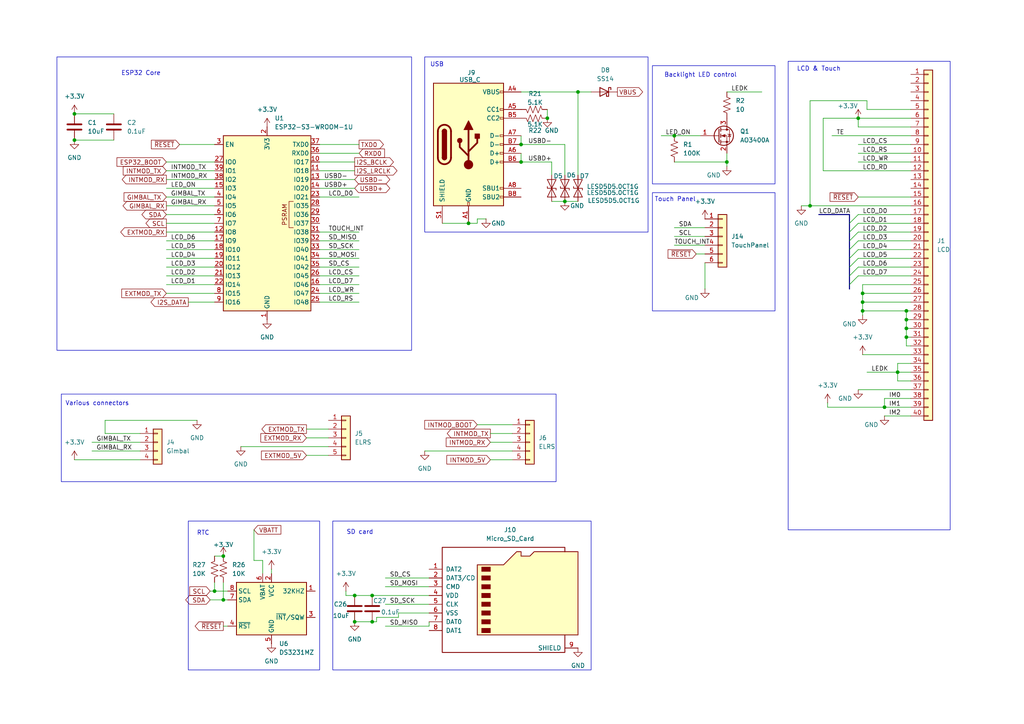
<source format=kicad_sch>
(kicad_sch (version 20231120) (generator "eeschema") (generator_version "8.0")
  (paper "A4")
  (lib_symbols
    (symbol "Connector:Micro_SD_Card" (pin_names (offset 1.016))
      (property "Reference" "J" (at -16.51 15.24 0))
      (property "Value" "Micro_SD_Card" (at 16.51 15.24 0))
      (symbol "Micro_SD_Card_1_1"
        (pin bidirectional line (at -22.86 7.62 0) (length 3.81) (name "DAT2") (number "1"))
        (pin bidirectional line (at -22.86 5.08 0) (length 3.81) (name "DAT3/CD") (number "2"))
        (pin input line (at -22.86 2.54 0) (length 3.81) (name "CMD") (number "3"))
        (pin power_in line (at -22.86 0 0) (length 3.81) (name "VDD") (number "4"))
        (pin input line (at -22.86 -2.54 0) (length 3.81) (name "CLK") (number "5"))
        (pin power_in line (at -22.86 -5.08 0) (length 3.81) (name "VSS") (number "6"))
        (pin bidirectional line (at -22.86 -7.62 0) (length 3.81) (name "DAT0") (number "7"))
        (pin bidirectional line (at -22.86 -10.16 0) (length 3.81) (name "DAT1") (number "8"))
        (pin passive line (at 20.32 -15.24 180) (length 3.81) (name "SHIELD") (number "9"))
      )
    )
    (symbol "Connector:USB_C_Receptacle_USB2.0_16P" (pin_names (offset 1.016))
      (property "Reference" "J" (at 0 22.225 0))
      (property "Value" "USB_C_Receptacle_USB2.0_16P" (at 0 19.685 0))
      (symbol "USB_C_Receptacle_USB2.0_16P_1_1"
        (pin passive line (at 0 -22.86 90) (length 5.08) (name "GND") (number "A1"))
        (pin passive line (at 0 -22.86 90) (length 5.08) hide (name "GND") (number "A12"))
        (pin passive line (at 15.24 15.24 180) (length 5.08) (name "VBUS") (number "A4"))
        (pin bidirectional line (at 15.24 10.16 180) (length 5.08) (name "CC1") (number "A5"))
        (pin bidirectional line (at 15.24 -2.54 180) (length 5.08) (name "D+") (number "A6"))
        (pin bidirectional line (at 15.24 2.54 180) (length 5.08) (name "D-") (number "A7"))
        (pin bidirectional line (at 15.24 -12.7 180) (length 5.08) (name "SBU1") (number "A8"))
        (pin passive line (at 15.24 15.24 180) (length 5.08) hide (name "VBUS") (number "A9"))
        (pin passive line (at 0 -22.86 90) (length 5.08) hide (name "GND") (number "B1"))
        (pin passive line (at 0 -22.86 90) (length 5.08) hide (name "GND") (number "B12"))
        (pin passive line (at 15.24 15.24 180) (length 5.08) hide (name "VBUS") (number "B4"))
        (pin bidirectional line (at 15.24 7.62 180) (length 5.08) (name "CC2") (number "B5"))
        (pin bidirectional line (at 15.24 -5.08 180) (length 5.08) (name "D+") (number "B6"))
        (pin bidirectional line (at 15.24 0 180) (length 5.08) (name "D-") (number "B7"))
        (pin bidirectional line (at 15.24 -15.24 180) (length 5.08) (name "SBU2") (number "B8"))
        (pin passive line (at 15.24 15.24 180) (length 5.08) hide (name "VBUS") (number "B9"))
        (pin passive line (at -7.62 -22.86 90) (length 5.08) (name "SHIELD") (number "S1"))
      )
    )
    (symbol "Connector_Generic:Conn_01x04" (pin_names (offset 1.016) hide)
      (property "Reference" "J" (at 0 5.08 0))
      (property "Value" "Conn_01x04" (at 0 -7.62 0))
      (symbol "Conn_01x04_1_1"
        (pin passive line (at -5.08 2.54 0) (length 3.81) (name "Pin_1") (number "1"))
        (pin passive line (at -5.08 0 0) (length 3.81) (name "Pin_2") (number "2"))
        (pin passive line (at -5.08 -2.54 0) (length 3.81) (name "Pin_3") (number "3"))
        (pin passive line (at -5.08 -5.08 0) (length 3.81) (name "Pin_4") (number "4"))
      )
    )
    (symbol "Connector_Generic:Conn_01x05" (pin_names (offset 1.016) hide)
      (property "Reference" "J" (at 0 7.62 0))
      (property "Value" "Conn_01x05" (at 0 -7.62 0))
      (symbol "Conn_01x05_1_1"
        (pin passive line (at -5.08 5.08 0) (length 3.81) (name "Pin_1") (number "1"))
        (pin passive line (at -5.08 2.54 0) (length 3.81) (name "Pin_2") (number "2"))
        (pin passive line (at -5.08 0 0) (length 3.81) (name "Pin_3") (number "3"))
        (pin passive line (at -5.08 -2.54 0) (length 3.81) (name "Pin_4") (number "4"))
        (pin passive line (at -5.08 -5.08 0) (length 3.81) (name "Pin_5") (number "5"))
      )
    )
    (symbol "Connector_Generic:Conn_01x06" (pin_names (offset 1.016) hide)
      (property "Reference" "J" (at 0 7.62 0))
      (property "Value" "Conn_01x06" (at 0 -10.16 0))
      (symbol "Conn_01x06_1_1"
        (pin passive line (at -5.08 5.08 0) (length 3.81) (name "Pin_1") (number "1"))
        (pin passive line (at -5.08 2.54 0) (length 3.81) (name "Pin_2") (number "2"))
        (pin passive line (at -5.08 0 0) (length 3.81) (name "Pin_3") (number "3"))
        (pin passive line (at -5.08 -2.54 0) (length 3.81) (name "Pin_4") (number "4"))
        (pin passive line (at -5.08 -5.08 0) (length 3.81) (name "Pin_5") (number "5"))
        (pin passive line (at -5.08 -7.62 0) (length 3.81) (name "Pin_6") (number "6"))
      )
    )
    (symbol "Connector_Generic:Conn_01x40" (pin_names (offset 1.016) hide)
      (property "Reference" "J" (at 0 50.8 0))
      (property "Value" "Conn_01x40" (at 0 -53.34 0))
      (symbol "Conn_01x40_1_1"
        (pin passive line (at -5.08 48.26 0) (length 3.81) (name "Pin_1") (number "1"))
        (pin passive line (at -5.08 25.4 0) (length 3.81) (name "Pin_10") (number "10"))
        (pin passive line (at -5.08 22.86 0) (length 3.81) (name "Pin_11") (number "11"))
        (pin passive line (at -5.08 20.32 0) (length 3.81) (name "Pin_12") (number "12"))
        (pin passive line (at -5.08 17.78 0) (length 3.81) (name "Pin_13") (number "13"))
        (pin passive line (at -5.08 15.24 0) (length 3.81) (name "Pin_14") (number "14"))
        (pin passive line (at -5.08 12.7 0) (length 3.81) (name "Pin_15") (number "15"))
        (pin passive line (at -5.08 10.16 0) (length 3.81) (name "Pin_16") (number "16"))
        (pin passive line (at -5.08 7.62 0) (length 3.81) (name "Pin_17") (number "17"))
        (pin passive line (at -5.08 5.08 0) (length 3.81) (name "Pin_18") (number "18"))
        (pin passive line (at -5.08 2.54 0) (length 3.81) (name "Pin_19") (number "19"))
        (pin passive line (at -5.08 45.72 0) (length 3.81) (name "Pin_2") (number "2"))
        (pin passive line (at -5.08 0 0) (length 3.81) (name "Pin_20") (number "20"))
        (pin passive line (at -5.08 -2.54 0) (length 3.81) (name "Pin_21") (number "21"))
        (pin passive line (at -5.08 -5.08 0) (length 3.81) (name "Pin_22") (number "22"))
        (pin passive line (at -5.08 -7.62 0) (length 3.81) (name "Pin_23") (number "23"))
        (pin passive line (at -5.08 -10.16 0) (length 3.81) (name "Pin_24") (number "24"))
        (pin passive line (at -5.08 -12.7 0) (length 3.81) (name "Pin_25") (number "25"))
        (pin passive line (at -5.08 -15.24 0) (length 3.81) (name "Pin_26") (number "26"))
        (pin passive line (at -5.08 -17.78 0) (length 3.81) (name "Pin_27") (number "27"))
        (pin passive line (at -5.08 -20.32 0) (length 3.81) (name "Pin_28") (number "28"))
        (pin passive line (at -5.08 -22.86 0) (length 3.81) (name "Pin_29") (number "29"))
        (pin passive line (at -5.08 43.18 0) (length 3.81) (name "Pin_3") (number "3"))
        (pin passive line (at -5.08 -25.4 0) (length 3.81) (name "Pin_30") (number "30"))
        (pin passive line (at -5.08 -27.94 0) (length 3.81) (name "Pin_31") (number "31"))
        (pin passive line (at -5.08 -30.48 0) (length 3.81) (name "Pin_32") (number "32"))
        (pin passive line (at -5.08 -33.02 0) (length 3.81) (name "Pin_33") (number "33"))
        (pin passive line (at -5.08 -35.56 0) (length 3.81) (name "Pin_34") (number "34"))
        (pin passive line (at -5.08 -38.1 0) (length 3.81) (name "Pin_35") (number "35"))
        (pin passive line (at -5.08 -40.64 0) (length 3.81) (name "Pin_36") (number "36"))
        (pin passive line (at -5.08 -43.18 0) (length 3.81) (name "Pin_37") (number "37"))
        (pin passive line (at -5.08 -45.72 0) (length 3.81) (name "Pin_38") (number "38"))
        (pin passive line (at -5.08 -48.26 0) (length 3.81) (name "Pin_39") (number "39"))
        (pin passive line (at -5.08 40.64 0) (length 3.81) (name "Pin_4") (number "4"))
        (pin passive line (at -5.08 -50.8 0) (length 3.81) (name "Pin_40") (number "40"))
        (pin passive line (at -5.08 38.1 0) (length 3.81) (name "Pin_5") (number "5"))
        (pin passive line (at -5.08 35.56 0) (length 3.81) (name "Pin_6") (number "6"))
        (pin passive line (at -5.08 33.02 0) (length 3.81) (name "Pin_7") (number "7"))
        (pin passive line (at -5.08 30.48 0) (length 3.81) (name "Pin_8") (number "8"))
        (pin passive line (at -5.08 27.94 0) (length 3.81) (name "Pin_9") (number "9"))
      )
    )
    (symbol "Device:C" (pin_numbers hide) (pin_names (offset 0.254))
      (property "Reference" "C" (at 0.635 2.54 0))
      (property "Value" "C" (at 0.635 -2.54 0))
      (symbol "C_1_1"
        (pin passive line (at 0 3.81 270) (length 2.794) (name "~") (number "1"))
        (pin passive line (at 0 -3.81 90) (length 2.794) (name "~") (number "2"))
      )
    )
    (symbol "Device:R_US" (pin_numbers hide) (pin_names (offset 0))
      (property "Reference" "R" (at 2.54 0 90))
      (property "Value" "R_US" (at -2.54 0 90))
      (symbol "R_US_1_1"
        (pin passive line (at 0 3.81 270) (length 1.27) (name "~") (number "1"))
        (pin passive line (at 0 -3.81 90) (length 1.27) (name "~") (number "2"))
      )
    )
    (symbol "Diode:SS14" (pin_numbers hide) (pin_names (offset 1.016) hide)
      (property "Reference" "D" (at 0 2.54 0))
      (property "Value" "SS14" (at 0 -2.54 0))
      (symbol "SS14_1_1"
        (pin passive line (at -3.81 0 0) (length 2.54) (name "K") (number "1"))
        (pin passive line (at 3.81 0 180) (length 2.54) (name "A") (number "2"))
      )
    )
    (symbol "RF_Module:ESP32-S3-WROOM-1"
      (property "Reference" "U" (at -12.7 26.67 0))
      (property "Value" "ESP32-S3-WROOM-1" (at 12.7 26.67 0))
      (symbol "ESP32-S3-WROOM-1_0_0"
        (text "PSRAM" (at 5.08 2.54 900) (effects (font (size 1.27 1.27))))
      )
      (symbol "ESP32-S3-WROOM-1_1_1"
        (pin power_in line (at 0 -27.94 90) (length 2.54) (name "GND") (number "1"))
        (pin bidirectional line (at 15.24 17.78 180) (length 2.54) (name "IO17") (number "10"))
        (pin bidirectional line (at 15.24 15.24 180) (length 2.54) (name "IO18") (number "11"))
        (pin bidirectional line (at -15.24 -2.54 0) (length 2.54) (name "IO8") (number "12"))
        (pin bidirectional line (at 15.24 12.7 180) (length 2.54) (name "IO19") (number "13"))
        (pin bidirectional line (at 15.24 10.16 180) (length 2.54) (name "IO20") (number "14"))
        (pin bidirectional line (at -15.24 10.16 0) (length 2.54) (name "IO3") (number "15"))
        (pin bidirectional line (at 15.24 -17.78 180) (length 2.54) (name "IO46") (number "16"))
        (pin bidirectional line (at -15.24 -5.08 0) (length 2.54) (name "IO9") (number "17"))
        (pin bidirectional line (at -15.24 -7.62 0) (length 2.54) (name "IO10") (number "18"))
        (pin bidirectional line (at -15.24 -10.16 0) (length 2.54) (name "IO11") (number "19"))
        (pin power_in line (at 0 27.94 270) (length 2.54) (name "3V3") (number "2"))
        (pin bidirectional line (at -15.24 -12.7 0) (length 2.54) (name "IO12") (number "20"))
        (pin bidirectional line (at -15.24 -15.24 0) (length 2.54) (name "IO13") (number "21"))
        (pin bidirectional line (at -15.24 -17.78 0) (length 2.54) (name "IO14") (number "22"))
        (pin bidirectional line (at 15.24 7.62 180) (length 2.54) (name "IO21") (number "23"))
        (pin bidirectional line (at 15.24 -20.32 180) (length 2.54) (name "IO47") (number "24"))
        (pin bidirectional line (at 15.24 -22.86 180) (length 2.54) (name "IO48") (number "25"))
        (pin bidirectional line (at 15.24 -15.24 180) (length 2.54) (name "IO45") (number "26"))
        (pin bidirectional line (at -15.24 17.78 0) (length 2.54) (name "IO0") (number "27"))
        (pin bidirectional line (at 15.24 5.08 180) (length 2.54) (name "IO35") (number "28"))
        (pin bidirectional line (at 15.24 2.54 180) (length 2.54) (name "IO36") (number "29"))
        (pin input line (at -15.24 22.86 0) (length 2.54) (name "EN") (number "3"))
        (pin bidirectional line (at 15.24 0 180) (length 2.54) (name "IO37") (number "30"))
        (pin bidirectional line (at 15.24 -2.54 180) (length 2.54) (name "IO38") (number "31"))
        (pin bidirectional line (at 15.24 -5.08 180) (length 2.54) (name "IO39") (number "32"))
        (pin bidirectional line (at 15.24 -7.62 180) (length 2.54) (name "IO40") (number "33"))
        (pin bidirectional line (at 15.24 -10.16 180) (length 2.54) (name "IO41") (number "34"))
        (pin bidirectional line (at 15.24 -12.7 180) (length 2.54) (name "IO42") (number "35"))
        (pin bidirectional line (at 15.24 20.32 180) (length 2.54) (name "RXD0") (number "36"))
        (pin bidirectional line (at 15.24 22.86 180) (length 2.54) (name "TXD0") (number "37"))
        (pin bidirectional line (at -15.24 12.7 0) (length 2.54) (name "IO2") (number "38"))
        (pin bidirectional line (at -15.24 15.24 0) (length 2.54) (name "IO1") (number "39"))
        (pin bidirectional line (at -15.24 7.62 0) (length 2.54) (name "IO4") (number "4"))
        (pin passive line (at 0 -27.94 90) (length 2.54) hide (name "GND") (number "40"))
        (pin passive line (at 0 -27.94 90) (length 2.54) hide (name "GND") (number "41"))
        (pin bidirectional line (at -15.24 5.08 0) (length 2.54) (name "IO5") (number "5"))
        (pin bidirectional line (at -15.24 2.54 0) (length 2.54) (name "IO6") (number "6"))
        (pin bidirectional line (at -15.24 0 0) (length 2.54) (name "IO7") (number "7"))
        (pin bidirectional line (at -15.24 -20.32 0) (length 2.54) (name "IO15") (number "8"))
        (pin bidirectional line (at -15.24 -22.86 0) (length 2.54) (name "IO16") (number "9"))
      )
    )
    (symbol "Timer_RTC:DS3231MZ"
      (property "Reference" "U" (at -7.62 8.89 0))
      (property "Value" "DS3231MZ" (at 11.43 8.89 0))
      (symbol "DS3231MZ_1_1"
        (pin open_collector line (at 12.7 5.08 180) (length 2.54) (name "32KHZ") (number "1"))
        (pin power_in line (at 0 10.16 270) (length 2.54) (name "VCC") (number "2"))
        (pin open_collector line (at 12.7 -2.54 180) (length 2.54) (name "~{INT}/SQW") (number "3"))
        (pin bidirectional line (at -12.7 -5.08 0) (length 2.54) (name "~{RST}") (number "4"))
        (pin power_in line (at 0 -10.16 90) (length 2.54) (name "GND") (number "5"))
        (pin power_in line (at -2.54 10.16 270) (length 2.54) (name "VBAT") (number "6"))
        (pin bidirectional line (at -12.7 2.54 0) (length 2.54) (name "SDA") (number "7"))
        (pin input line (at -12.7 5.08 0) (length 2.54) (name "SCL") (number "8"))
      )
    )
    (symbol "Transistor_FET:AO3400A" (pin_names hide)
      (property "Reference" "Q" (at 5.08 1.905 0))
      (property "Value" "AO3400A" (at 5.08 0 0))
      (symbol "AO3400A_1_1"
        (pin input line (at -5.08 0 0) (length 2.54) (name "G") (number "1"))
        (pin passive line (at 2.54 -5.08 90) (length 2.54) (name "S") (number "2"))
        (pin passive line (at 2.54 5.08 270) (length 2.54) (name "D") (number "3"))
      )
    )
    (symbol "custom_symbols:LESD5D5.0CT1G" (pin_numbers hide) (pin_names (offset 1.016) hide)
      (property "Reference" "D" (at 0 2.54 0))
      (property "Value" "LESD5D5.0CT1G" (at 0 -2.54 0))
      (symbol "LESD5D5.0CT1G_1_1"
        (pin passive line (at -3.81 0 0) (length 2.54) (name "A1") (number "1"))
        (pin passive line (at 3.81 0 180) (length 2.54) (name "A2") (number "2"))
      )
    )
    (symbol "power:+3.3V" (power) (pin_numbers hide) (pin_names (offset 0) hide)
      (property "Value" "+3.3V" (at 0 3.556 0))
      (symbol "+3.3V_1_1"
        (pin power_in line (at 0 0 90) (length 0) (name "~") (number "1"))
      )
    )
    (symbol "power:GND" (power) (pin_numbers hide) (pin_names (offset 0) hide)
      (property "Value" "GND" (at 0 -3.81 0))
      (symbol "GND_1_1"
        (pin power_in line (at 0 0 270) (length 0) (name "~") (number "1"))
      )
    )
  )
  (junction (at 210.82 46.99))
  (junction (at 107.95 180.34))
  (junction (at 248.92 34.29))
  (junction (at 158.75 34.29))
  (junction (at 64.77 173.99))
  (junction (at 151.13 46.99))
  (junction (at 107.95 172.72))
  (junction (at 163.83 58.42))
  (junction (at 256.54 118.11))
  (junction (at 135.89 64.77))
  (junction (at 151.13 41.91))
  (junction (at 102.87 180.34))
  (junction (at 64.77 161.29))
  (junction (at 62.23 171.45))
  (junction (at 250.19 90.17))
  (junction (at 262.89 90.17))
  (junction (at 195.58 39.37))
  (junction (at 102.87 172.72))
  (junction (at 21.59 40.64))
  (junction (at 262.89 97.79))
  (junction (at 260.35 107.95))
  (junction (at 234.95 59.69))
  (junction (at 21.59 33.02))
  (junction (at 262.89 92.71))
  (junction (at 167.64 26.67))
  (junction (at 250.19 87.63))
  (junction (at 250.19 85.09))
  (junction (at 262.89 95.25))
  (bus_entry (at 248.92 74.93) (size -2.54 2.54))
  (bus_entry (at 248.92 64.77) (size -2.54 2.54))
  (bus_entry (at 248.92 77.47) (size -2.54 2.54))
  (bus_entry (at 248.92 69.85) (size -2.54 2.54))
  (bus_entry (at 248.92 80.01) (size -2.54 2.54))
  (bus_entry (at 248.92 67.31) (size -2.54 2.54))
  (bus_entry (at 248.92 62.23) (size -2.54 2.54))
  (bus_entry (at 248.92 72.39) (size -2.54 2.54))
  (wire (pts (xy 248.92 57.15) (xy 264.16 57.15)))
  (wire (pts (xy 248.92 44.45) (xy 264.16 44.45)))
  (wire (pts (xy 107.95 172.72) (xy 124.46 172.72)))
  (wire (pts (xy 30.48 121.92) (xy 30.48 125.73)))
  (wire (pts (xy 248.92 67.31) (xy 264.16 67.31)))
  (wire (pts (xy 48.26 85.09) (xy 62.23 85.09)))
  (wire (pts (xy 151.13 39.37) (xy 151.13 41.91)))
  (wire (pts (xy 251.46 29.21) (xy 234.95 29.21)))
  (wire (pts (xy 167.64 26.67) (xy 171.45 26.67)))
  (wire (pts (xy 124.46 177.8) (xy 115.57 177.8)))
  (wire (pts (xy 102.87 180.34) (xy 102.87 177.8)))
  (wire (pts (xy 240.03 118.11) (xy 240.03 116.84)))
  (wire (pts (xy 238.76 49.53) (xy 264.16 49.53)))
  (wire (pts (xy 62.23 171.45) (xy 66.04 171.45)))
  (wire (pts (xy 73.66 153.67) (xy 73.66 162.56)))
  (wire (pts (xy 102.87 172.72) (xy 107.95 172.72)))
  (wire (pts (xy 256.54 118.11) (xy 264.16 118.11)))
  (wire (pts (xy 260.35 110.49) (xy 264.16 110.49)))
  (wire (pts (xy 88.9 127) (xy 95.25 127)))
  (wire (pts (xy 248.92 34.29) (xy 248.92 36.83)))
  (wire (pts (xy 248.92 69.85) (xy 264.16 69.85)))
  (wire (pts (xy 52.07 41.91) (xy 62.23 41.91)))
  (wire (pts (xy 115.57 179.07) (xy 109.22 179.07)))
  (wire (pts (xy 195.58 71.12) (xy 204.47 71.12)))
  (wire (pts (xy 109.22 180.34) (xy 107.95 180.34)))
  (bus (pts (xy 246.38 69.85) (xy 246.38 72.39)))
  (wire (pts (xy 92.71 85.09) (xy 104.14 85.09)))
  (wire (pts (xy 62.23 168.91) (xy 62.23 171.45)))
  (wire (pts (xy 138.43 64.77) (xy 135.89 64.77)))
  (wire (pts (xy 256.54 115.57) (xy 264.16 115.57)))
  (wire (pts (xy 248.92 41.91) (xy 264.16 41.91)))
  (wire (pts (xy 248.92 77.47) (xy 264.16 77.47)))
  (wire (pts (xy 111.76 167.64) (xy 124.46 167.64)))
  (wire (pts (xy 163.83 58.42) (xy 167.64 58.42)))
  (wire (pts (xy 232.41 59.69) (xy 234.95 59.69)))
  (wire (pts (xy 60.96 171.45) (xy 62.23 171.45)))
  (wire (pts (xy 210.82 48.26) (xy 210.82 46.99)))
  (bus (pts (xy 246.38 67.31) (xy 246.38 69.85)))
  (wire (pts (xy 191.77 39.37) (xy 195.58 39.37)))
  (wire (pts (xy 195.58 46.99) (xy 210.82 46.99)))
  (wire (pts (xy 167.64 26.67) (xy 167.64 50.8)))
  (wire (pts (xy 48.26 72.39) (xy 62.23 72.39)))
  (wire (pts (xy 54.61 87.63) (xy 62.23 87.63)))
  (wire (pts (xy 21.59 133.35) (xy 40.64 133.35)))
  (wire (pts (xy 262.89 95.25) (xy 262.89 92.71)))
  (wire (pts (xy 111.76 175.26) (xy 124.46 175.26)))
  (wire (pts (xy 92.71 52.07) (xy 102.87 52.07)))
  (wire (pts (xy 260.35 105.41) (xy 264.16 105.41)))
  (wire (pts (xy 48.26 74.93) (xy 62.23 74.93)))
  (wire (pts (xy 100.33 172.72) (xy 100.33 171.45)))
  (wire (pts (xy 234.95 59.69) (xy 264.16 59.69)))
  (wire (pts (xy 234.95 29.21) (xy 234.95 59.69)))
  (wire (pts (xy 26.67 128.27) (xy 40.64 128.27)))
  (wire (pts (xy 57.15 121.92) (xy 30.48 121.92)))
  (wire (pts (xy 100.33 172.72) (xy 102.87 172.72)))
  (wire (pts (xy 195.58 68.58) (xy 204.47 68.58)))
  (wire (pts (xy 92.71 74.93) (xy 104.14 74.93)))
  (wire (pts (xy 142.24 133.35) (xy 148.59 133.35)))
  (wire (pts (xy 262.89 100.33) (xy 262.89 97.79)))
  (wire (pts (xy 204.47 76.2) (xy 204.47 83.82)))
  (wire (pts (xy 48.26 54.61) (xy 62.23 54.61)))
  (bus (pts (xy 237.49 62.23) (xy 246.38 62.23)))
  (wire (pts (xy 48.26 77.47) (xy 62.23 77.47)))
  (wire (pts (xy 210.82 46.99) (xy 210.82 44.45)))
  (wire (pts (xy 264.16 100.33) (xy 262.89 100.33)))
  (wire (pts (xy 250.19 87.63) (xy 250.19 90.17)))
  (wire (pts (xy 264.16 97.79) (xy 262.89 97.79)))
  (wire (pts (xy 248.92 64.77) (xy 264.16 64.77)))
  (wire (pts (xy 250.19 90.17) (xy 250.19 91.44)))
  (wire (pts (xy 262.89 92.71) (xy 262.89 90.17)))
  (wire (pts (xy 88.9 124.46) (xy 95.25 124.46)))
  (wire (pts (xy 201.93 73.66) (xy 204.47 73.66)))
  (wire (pts (xy 264.16 95.25) (xy 262.89 95.25)))
  (wire (pts (xy 123.19 130.81) (xy 148.59 130.81)))
  (wire (pts (xy 248.92 80.01) (xy 264.16 80.01)))
  (wire (pts (xy 64.77 168.91) (xy 64.77 173.99)))
  (wire (pts (xy 115.57 177.8) (xy 115.57 179.07)))
  (wire (pts (xy 241.3 39.37) (xy 264.16 39.37)))
  (wire (pts (xy 251.46 107.95) (xy 260.35 107.95)))
  (wire (pts (xy 92.71 54.61) (xy 102.87 54.61)))
  (wire (pts (xy 21.59 33.02) (xy 33.02 33.02)))
  (wire (pts (xy 248.92 36.83) (xy 264.16 36.83)))
  (wire (pts (xy 264.16 82.55) (xy 250.19 82.55)))
  (wire (pts (xy 76.2 162.56) (xy 76.2 166.37)))
  (bus (pts (xy 246.38 62.23) (xy 246.38 64.77)))
  (bus (pts (xy 246.38 72.39) (xy 246.38 74.93)))
  (wire (pts (xy 256.54 120.65) (xy 264.16 120.65)))
  (wire (pts (xy 248.92 46.99) (xy 264.16 46.99)))
  (wire (pts (xy 160.02 50.8) (xy 160.02 46.99)))
  (bus (pts (xy 246.38 80.01) (xy 246.38 82.55)))
  (wire (pts (xy 26.67 130.81) (xy 40.64 130.81)))
  (wire (pts (xy 66.04 181.61) (xy 64.77 181.61)))
  (wire (pts (xy 48.26 82.55) (xy 62.23 82.55)))
  (wire (pts (xy 111.76 181.61) (xy 124.46 181.61)))
  (wire (pts (xy 30.48 125.73) (xy 40.64 125.73)))
  (wire (pts (xy 256.54 118.11) (xy 240.03 118.11)))
  (wire (pts (xy 238.76 34.29) (xy 248.92 34.29)))
  (wire (pts (xy 48.26 64.77) (xy 62.23 64.77)))
  (wire (pts (xy 92.71 72.39) (xy 104.14 72.39)))
  (wire (pts (xy 260.35 107.95) (xy 260.35 110.49)))
  (wire (pts (xy 124.46 181.61) (xy 124.46 180.34)))
  (wire (pts (xy 92.71 57.15) (xy 104.14 57.15)))
  (wire (pts (xy 248.92 72.39) (xy 264.16 72.39)))
  (wire (pts (xy 251.46 31.75) (xy 251.46 29.21)))
  (wire (pts (xy 248.92 74.93) (xy 264.16 74.93)))
  (wire (pts (xy 21.59 40.64) (xy 33.02 40.64)))
  (wire (pts (xy 264.16 31.75) (xy 251.46 31.75)))
  (wire (pts (xy 62.23 161.29) (xy 64.77 161.29)))
  (wire (pts (xy 88.9 132.08) (xy 95.25 132.08)))
  (wire (pts (xy 48.26 62.23) (xy 62.23 62.23)))
  (wire (pts (xy 92.71 80.01) (xy 104.14 80.01)))
  (wire (pts (xy 262.89 97.79) (xy 262.89 95.25)))
  (wire (pts (xy 138.43 123.19) (xy 148.59 123.19)))
  (bus (pts (xy 246.38 82.55) (xy 246.38 83.82)))
  (wire (pts (xy 48.26 69.85) (xy 62.23 69.85)))
  (wire (pts (xy 48.26 52.07) (xy 62.23 52.07)))
  (wire (pts (xy 264.16 92.71) (xy 262.89 92.71)))
  (wire (pts (xy 102.87 49.53) (xy 92.71 49.53)))
  (wire (pts (xy 248.92 62.23) (xy 264.16 62.23)))
  (wire (pts (xy 92.71 77.47) (xy 104.14 77.47)))
  (wire (pts (xy 78.74 165.1) (xy 78.74 166.37)))
  (wire (pts (xy 160.02 58.42) (xy 163.83 58.42)))
  (wire (pts (xy 48.26 46.99) (xy 62.23 46.99)))
  (wire (pts (xy 248.92 113.03) (xy 264.16 113.03)))
  (wire (pts (xy 250.19 87.63) (xy 264.16 87.63)))
  (wire (pts (xy 238.76 34.29) (xy 238.76 49.53)))
  (wire (pts (xy 60.96 173.99) (xy 64.77 173.99)))
  (wire (pts (xy 163.83 50.8) (xy 163.83 41.91)))
  (wire (pts (xy 248.92 34.29) (xy 264.16 34.29)))
  (wire (pts (xy 140.97 63.5) (xy 138.43 63.5)))
  (wire (pts (xy 48.26 67.31) (xy 62.23 67.31)))
  (wire (pts (xy 151.13 26.67) (xy 167.64 26.67)))
  (wire (pts (xy 92.71 87.63) (xy 104.14 87.63)))
  (wire (pts (xy 250.19 85.09) (xy 250.19 87.63)))
  (wire (pts (xy 250.19 85.09) (xy 264.16 85.09)))
  (wire (pts (xy 151.13 44.45) (xy 151.13 46.99)))
  (wire (pts (xy 151.13 41.91) (xy 163.83 41.91)))
  (wire (pts (xy 210.82 26.67) (xy 220.98 26.67)))
  (wire (pts (xy 160.02 46.99) (xy 151.13 46.99)))
  (wire (pts (xy 142.24 128.27) (xy 148.59 128.27)))
  (wire (pts (xy 107.95 180.34) (xy 102.87 180.34)))
  (bus (pts (xy 246.38 64.77) (xy 246.38 67.31)))
  (wire (pts (xy 256.54 115.57) (xy 256.54 118.11)))
  (wire (pts (xy 48.26 59.69) (xy 62.23 59.69)))
  (bus (pts (xy 246.38 74.93) (xy 246.38 77.47)))
  (wire (pts (xy 138.43 63.5) (xy 138.43 64.77)))
  (wire (pts (xy 250.19 90.17) (xy 262.89 90.17)))
  (wire (pts (xy 195.58 66.04) (xy 204.47 66.04)))
  (wire (pts (xy 92.71 67.31) (xy 104.14 67.31)))
  (wire (pts (xy 250.19 82.55) (xy 250.19 85.09)))
  (wire (pts (xy 64.77 173.99) (xy 66.04 173.99)))
  (wire (pts (xy 92.71 69.85) (xy 104.14 69.85)))
  (wire (pts (xy 92.71 82.55) (xy 104.14 82.55)))
  (wire (pts (xy 195.58 39.37) (xy 203.2 39.37)))
  (wire (pts (xy 109.22 179.07) (xy 109.22 180.34)))
  (wire (pts (xy 92.71 44.45) (xy 104.14 44.45)))
  (wire (pts (xy 260.35 105.41) (xy 260.35 107.95)))
  (wire (pts (xy 92.71 41.91) (xy 104.14 41.91)))
  (wire (pts (xy 73.66 162.56) (xy 76.2 162.56)))
  (wire (pts (xy 158.75 31.75) (xy 158.75 34.29)))
  (wire (pts (xy 48.26 57.15) (xy 62.23 57.15)))
  (wire (pts (xy 111.76 170.18) (xy 124.46 170.18)))
  (wire (pts (xy 48.26 49.53) (xy 62.23 49.53)))
  (wire (pts (xy 262.89 90.17) (xy 264.16 90.17)))
  (wire (pts (xy 48.26 80.01) (xy 62.23 80.01)))
  (wire (pts (xy 250.19 102.87) (xy 264.16 102.87)))
  (wire (pts (xy 102.87 46.99) (xy 92.71 46.99)))
  (wire (pts (xy 69.85 129.54) (xy 95.25 129.54)))
  (wire (pts (xy 142.24 125.73) (xy 148.59 125.73)))
  (wire (pts (xy 135.89 64.77) (xy 128.27 64.77)))
  (bus (pts (xy 246.38 77.47) (xy 246.38 80.01)))
  (wire (pts (xy 260.35 107.95) (xy 264.16 107.95)))
  (rectangle (start 17.78 114.3) (end 161.29 139.7))
  (rectangle (start 96.52 151.13) (end 171.45 194.31))
  (rectangle (start 16.51 16.51) (end 119.38 101.6))
  (rectangle (start 189.23 19.05) (end 224.79 53.34))
  (rectangle (start 123.19 16.51) (end 187.96 67.31))
  (rectangle (start 189.23 55.88) (end 224.79 90.17))
  (rectangle (start 228.6 17.78) (end 275.59 153.67))
  (rectangle (start 54.61 151.13) (end 92.71 194.31))
  (text "Backlight LED control" (at 203.2 21.844 0) (effects (font (size 1.27 1.27))))
  (text "SD card" (at 104.394 154.432 0) (effects (font (size 1.27 1.27))))
  (text "USB" (at 126.746 18.796 0) (effects (font (size 1.27 1.27))))
  (text "RTC" (at 58.928 154.686 0) (effects (font (size 1.27 1.27))))
  (text "Various connectors" (at 28.194 117.094 0) (effects (font (size 1.27 1.27))))
  (text "Touch Panel" (at 195.834 57.912 0) (effects (font (size 1.27 1.27))))
  (text "ESP32 Core" (at 40.894 21.336 0) (effects (font (size 1.27 1.27))))
  (text "LCD & Touch" (at 237.49 20.066 0) (effects (font (size 1.27 1.27))))
  (label "LCD_CS" (at 250.19 41.91 0))
  (label "INTMOD_TX" (at 49.53 49.53 0))
  (label "SD_MOSI" (at 95.25 74.93 0))
  (label "USBD+" (at 93.98 54.61 0))
  (label "LCD_RD" (at 250.19 49.53 0))
  (label "LCD_D3" (at 250.19 69.85 0))
  (label "LCD_D4" (at 250.19 72.39 0))
  (label "LED_ON" (at 193.04 39.37 0))
  (label "LCD_D5" (at 250.19 74.93 0))
  (label "LEDK" (at 212.09 26.67 0))
  (label "LEDK" (at 252.73 107.95 0))
  (label "IM1" (at 257.81 118.11 0))
  (label "SD_CS" (at 113.03 167.64 0))
  (label "USBD-" (at 160.02 41.91 180))
  (label "INTMOD_RX" (at 49.53 52.07 0))
  (label "LCD_D1" (at 250.19 64.77 0))
  (label "LCD_D0" (at 250.19 62.23 0))
  (label "GIMBAL_RX" (at 49.53 59.69 0))
  (label "TE" (at 242.57 39.37 0))
  (label "LCD_D2" (at 250.19 67.31 0))
  (label "LCD_D7" (at 95.25 82.55 0))
  (label "LCD_D6" (at 49.53 69.85 0))
  (label "LED_ON" (at 49.53 54.61 0))
  (label "TOUCH_INT" (at 95.25 67.31 0))
  (label "LCD_WR" (at 95.25 85.09 0))
  (label "SCL" (at 196.85 68.58 0))
  (label "LCD_D6" (at 250.19 77.47 0))
  (label "SD_MISO" (at 113.03 181.61 0))
  (label "GIMBAL_RX" (at 27.94 130.81 0))
  (label "USBD+" (at 160.02 46.99 180))
  (label "IM2" (at 257.81 120.65 0))
  (label "TOUCH_INT" (at 195.58 71.12 0))
  (label "SD_CS" (at 95.25 77.47 0))
  (label "LCD_DATA" (at 237.49 62.23 0))
  (label "LCD_D1" (at 49.53 82.55 0))
  (label "LCD_D3" (at 49.53 77.47 0))
  (label "LCD_D0" (at 95.25 57.15 0))
  (label "SD_SCK" (at 95.25 72.39 0))
  (label "LCD_WR" (at 250.19 46.99 0))
  (label "LCD_RS" (at 95.25 87.63 0))
  (label "SDA" (at 196.85 66.04 0))
  (label "LCD_RS" (at 250.19 44.45 0))
  (label "LCD_D4" (at 49.53 74.93 0))
  (label "IM0" (at 257.81 115.57 0))
  (label "LCD_D2" (at 49.53 80.01 0))
  (label "SD_SCK" (at 113.03 175.26 0))
  (label "LCD_D7" (at 250.19 80.01 0))
  (label "USBD-" (at 93.98 52.07 0))
  (label "LCD_CS" (at 95.25 80.01 0))
  (label "GIMBAL_TX" (at 27.94 128.27 0))
  (label "SD_MISO" (at 95.25 69.85 0))
  (label "GIMBAL_TX" (at 49.53 57.15 0))
  (label "LCD_D5" (at 49.53 72.39 0))
  (label "SD_MOSI" (at 113.03 170.18 0))
  (global_label "INTMOD_RX" (shape output) (at 48.26 52.07 180) (property "Intersheetrefs" "${INTERSHEET_REFS}" (effects (hide yes))))
  (global_label "INTMOD_RX" (shape input) (at 142.24 128.27 180) (property "Intersheetrefs" "${INTERSHEET_REFS}" (effects (hide yes))))
  (global_label "I2S_DATA" (shape output) (at 54.61 87.63 180) (property "Intersheetrefs" "${INTERSHEET_REFS}" (effects (hide yes))))
  (global_label "~{RESET}" (shape input) (at 248.92 57.15 180) (property "Intersheetrefs" "${INTERSHEET_REFS}" (effects (hide yes))))
  (global_label "INTMOD_BOOT" (shape input) (at 138.43 123.19 180) (property "Intersheetrefs" "${INTERSHEET_REFS}" (effects (hide yes))))
  (global_label "EXTMOD_TX" (shape output) (at 88.9 124.46 180) (property "Intersheetrefs" "${INTERSHEET_REFS}" (effects (hide yes))))
  (global_label "VBATT" (shape input) (at 73.66 153.67 0) (property "Intersheetrefs" "${INTERSHEET_REFS}" (effects (hide yes))))
  (global_label "ESP32_BOOT" (shape input) (at 48.26 46.99 180) (property "Intersheetrefs" "${INTERSHEET_REFS}" (effects (hide yes))))
  (global_label "~{RESET}" (shape output) (at 64.77 181.61 180) (property "Intersheetrefs" "${INTERSHEET_REFS}" (effects (hide yes))))
  (global_label "GIMBAL_RX" (shape output) (at 48.26 59.69 180) (property "Intersheetrefs" "${INTERSHEET_REFS}" (effects (hide yes))))
  (global_label "USBD+" (shape bidirectional) (at 102.87 54.61 0) (property "Intersheetrefs" "${INTERSHEET_REFS}" (effects (hide yes))))
  (global_label "EXTMOD_RX" (shape output) (at 48.26 67.31 180) (property "Intersheetrefs" "${INTERSHEET_REFS}" (effects (hide yes))))
  (global_label "INTMOD_5V" (shape input) (at 142.24 133.35 180) (property "Intersheetrefs" "${INTERSHEET_REFS}" (effects (hide yes))))
  (global_label "INTMOD_TX" (shape input) (at 48.26 49.53 180) (property "Intersheetrefs" "${INTERSHEET_REFS}" (effects (hide yes))))
  (global_label "~{RESET}" (shape input) (at 201.93 73.66 180) (property "Intersheetrefs" "${INTERSHEET_REFS}" (effects (hide yes))))
  (global_label "EXTMOD_TX" (shape input) (at 48.26 85.09 180) (property "Intersheetrefs" "${INTERSHEET_REFS}" (effects (hide yes))))
  (global_label "SDA" (shape bidirectional) (at 60.96 173.99 180) (property "Intersheetrefs" "${INTERSHEET_REFS}" (effects (hide yes))))
  (global_label "SDA" (shape bidirectional) (at 48.26 62.23 180) (property "Intersheetrefs" "${INTERSHEET_REFS}" (effects (hide yes))))
  (global_label "TXD0" (shape output) (at 104.14 41.91 0) (property "Intersheetrefs" "${INTERSHEET_REFS}" (effects (hide yes))))
  (global_label "I2S_LRCLK" (shape output) (at 102.87 49.53 0) (property "Intersheetrefs" "${INTERSHEET_REFS}" (effects (hide yes))))
  (global_label "USBD-" (shape bidirectional) (at 102.87 52.07 0) (property "Intersheetrefs" "${INTERSHEET_REFS}" (effects (hide yes))))
  (global_label "RXD0" (shape input) (at 104.14 44.45 0) (property "Intersheetrefs" "${INTERSHEET_REFS}" (effects (hide yes))))
  (global_label "VBUS" (shape output) (at 179.07 26.67 0) (property "Intersheetrefs" "${INTERSHEET_REFS}" (effects (hide yes))))
  (global_label "SCL" (shape output) (at 48.26 64.77 180) (property "Intersheetrefs" "${INTERSHEET_REFS}" (effects (hide yes))))
  (global_label "EXTMOD_5V" (shape input) (at 88.9 132.08 180) (property "Intersheetrefs" "${INTERSHEET_REFS}" (effects (hide yes))))
  (global_label "SCL" (shape input) (at 60.96 171.45 180) (property "Intersheetrefs" "${INTERSHEET_REFS}" (effects (hide yes))))
  (global_label "EXTMOD_RX" (shape input) (at 88.9 127 180) (property "Intersheetrefs" "${INTERSHEET_REFS}" (effects (hide yes))))
  (global_label "~{RESET}" (shape input) (at 52.07 41.91 180) (property "Intersheetrefs" "${INTERSHEET_REFS}" (effects (hide yes))))
  (global_label "INTMOD_TX" (shape output) (at 142.24 125.73 180) (property "Intersheetrefs" "${INTERSHEET_REFS}" (effects (hide yes))))
  (global_label "I2S_BCLK" (shape output) (at 102.87 46.99 0) (property "Intersheetrefs" "${INTERSHEET_REFS}" (effects (hide yes))))
  (global_label "GIMBAL_TX" (shape input) (at 48.26 57.15 180) (property "Intersheetrefs" "${INTERSHEET_REFS}" (effects (hide yes))))
  (symbol (lib_id "power:GND") (at 250.19 91.44 0) (unit 1)
    (property "Reference" "#PWR03" (effects (hide yes)))
    (property "Value" "GND" (at 246.38 93.98 0))
    (property "Description" "Power symbol creates a global label with name \"GND\" , ground" (effects (hide yes)))
  )
  (symbol (lib_id "power:GND") (at 69.85 129.54 0) (unit 1)
    (property "Reference" "#PWR053" (effects (hide yes)))
    (property "Value" "GND" (at 69.85 134.62 0))
    (property "Description" "Power symbol creates a global label with name \"GND\" , ground" (effects (hide yes)))
  )
  (symbol (lib_id "power:GND") (at 210.82 48.26 0) (unit 1)
    (property "Reference" "#PWR067" (effects (hide yes)))
    (property "Value" "GND" (at 207.01 50.8 0))
    (property "Description" "Power symbol creates a global label with name \"GND\" , ground" (effects (hide yes)))
  )
  (symbol (lib_id "Connector_Generic:Conn_01x04") (at 45.72 128.27 0) (unit 1)
    (property "Reference" "J4" (at 48.26 128.2699 0) (effects (justify left)))
    (property "Value" "Gimbal" (at 48.26 130.8099 0) (effects (justify left)))
    (property "Footprint" "Connector_JST:JST_ZH_B4B-ZR-SM4-TF_1x04-1MP_P1.50mm_Vertical" (effects (hide yes)))
    (property "Description" "Generic connector, single row, 01x04, script generated (kicad-library-utils/schlib/autogen/connector/)" (effects (hide yes)))
  )
  (symbol (lib_id "power:GND") (at 256.54 120.65 0) (unit 1)
    (property "Reference" "#PWR068" (effects (hide yes)))
    (property "Value" "GND" (at 252.73 123.19 0))
    (property "Description" "Power symbol creates a global label with name \"GND\" , ground" (effects (hide yes)))
  )
  (symbol (lib_id "custom_symbols:LESD5D5.0CT1G") (at 160.02 54.61 90) (unit 1)
    (property "Reference" "D5" (at 160.528 51.054 90) (effects (justify right)))
    (property "Value" "LESD5D5.0CT1G" (at 170.434 58.166 90) (effects (justify right)))
    (property "Footprint" "Diode_SMD:D_SOD-523" (effects (hide yes)))
    (property "Datasheet" "LESD5D5.0CT1G" (effects (hide yes)))
    (property "Description" "ESD protection diode, 5V, SOD-523" (effects (hide yes)))
  )
  (symbol (lib_id "Device:R_US") (at 154.94 34.29 270) (mirror x) (unit 1)
    (property "Reference" "R22" (at 155.194 37.846 90))
    (property "Value" "5.1K" (at 155.194 36.068 90))
    (property "Footprint" "Resistor_SMD:R_0603_1608Metric_Pad0.98x0.95mm_HandSolder" (effects (hide yes)))
    (property "Description" "Resistor, US symbol" (effects (hide yes)))
  )
  (symbol (lib_id "Device:C") (at 21.59 36.83 0) (unit 1)
    (property "Reference" "C1" (at 25.4 35.5599 0) (effects (justify left)))
    (property "Value" "10uF" (at 25.4 38.0999 0) (effects (justify left)))
    (property "Footprint" "Capacitor_SMD:C_0603_1608Metric_Pad1.08x0.95mm_HandSolder" (effects (hide yes)))
    (property "Description" "Unpolarized capacitor" (effects (hide yes)))
  )
  (symbol (lib_id "power:+3.3V") (at 77.47 36.83 0) (unit 1)
    (property "Reference" "#PWR07" (effects (hide yes)))
    (property "Value" "+3.3V" (at 77.47 31.75 0))
    (property "Description" "Power symbol creates a global label with name \"+3.3V\"" (effects (hide yes)))
  )
  (symbol (lib_id "power:GND") (at 123.19 130.81 0) (unit 1)
    (property "Reference" "#PWR054" (effects (hide yes)))
    (property "Value" "GND" (at 123.19 135.89 0))
    (property "Description" "Power symbol creates a global label with name \"GND\" , ground" (effects (hide yes)))
  )
  (symbol (lib_id "Device:C") (at 107.95 176.53 0) (unit 1)
    (property "Reference" "C27" (at 108.204 174.244 0) (effects (justify left)))
    (property "Value" "0.1uF" (at 110.49 177.546 0) (effects (justify left)))
    (property "Footprint" "Capacitor_SMD:C_0603_1608Metric_Pad1.08x0.95mm_HandSolder" (effects (hide yes)))
    (property "Description" "Unpolarized capacitor" (effects (hide yes)))
  )
  (symbol (lib_id "Connector_Generic:Conn_01x40") (at 269.24 69.85 0) (unit 1)
    (property "Reference" "J1" (at 271.78 69.8499 0) (effects (justify left)))
    (property "Value" "LCD" (at 271.78 72.3899 0) (effects (justify left)))
    (property "Footprint" "my_footprints:FPC_40PIN_TOP" (effects (hide yes)))
    (property "Description" "Generic connector, single row, 01x40, script generated (kicad-library-utils/schlib/autogen/connector/)" (effects (hide yes)))
  )
  (symbol (lib_id "power:GND") (at 21.59 40.64 0) (unit 1)
    (property "Reference" "#PWR06" (effects (hide yes)))
    (property "Value" "GND" (at 21.59 45.72 0))
    (property "Description" "Power symbol creates a global label with name \"GND\" , ground" (effects (hide yes)))
  )
  (symbol (lib_id "power:GND") (at 158.75 34.29 0) (mirror y) (unit 1)
    (property "Reference" "#PWR044" (effects (hide yes)))
    (property "Value" "GND" (at 160.02 37.846 0))
    (property "Description" "Power symbol creates a global label with name \"GND\" , ground" (effects (hide yes)))
  )
  (symbol (lib_id "power:+3.3V") (at 21.59 133.35 0) (unit 1)
    (property "Reference" "#PWR052" (effects (hide yes)))
    (property "Value" "+3.3V" (at 21.59 128.27 0))
    (property "Description" "Power symbol creates a global label with name \"+3.3V\"" (effects (hide yes)))
  )
  (symbol (lib_id "Connector:Micro_SD_Card") (at 147.32 172.72 0) (unit 1)
    (property "Reference" "J10" (at 147.955 153.67 0))
    (property "Value" "Micro_SD_Card" (at 147.955 156.21 0))
    (property "Footprint" "my_footprints:MicroSD" (effects (hide yes)))
    (property "Datasheet" "http://katalog.we-online.de/em/datasheet/693072010801.pdf" (effects (hide yes)))
    (property "Description" "Micro SD Card Socket" (effects (hide yes)))
  )
  (symbol (lib_id "power:GND") (at 163.83 58.42 0) (mirror y) (unit 1)
    (property "Reference" "#PWR057" (effects (hide yes)))
    (property "Value" "GND" (at 167.386 59.69 0))
    (property "Description" "Power symbol creates a global label with name \"GND\" , ground" (effects (hide yes)))
  )
  (symbol (lib_id "power:GND") (at 167.64 187.96 0) (unit 1)
    (property "Reference" "#PWR046" (effects (hide yes)))
    (property "Value" "GND" (at 167.64 193.04 0))
    (property "Description" "Power symbol creates a global label with name \"GND\" , ground" (effects (hide yes)))
  )
  (symbol (lib_id "power:GND") (at 77.47 92.71 0) (unit 1)
    (property "Reference" "#PWR08" (effects (hide yes)))
    (property "Value" "GND" (at 77.47 97.79 0))
    (property "Description" "Power symbol creates a global label with name \"GND\" , ground" (effects (hide yes)))
  )
  (symbol (lib_id "custom_symbols:LESD5D5.0CT1G") (at 167.64 54.61 90) (unit 1)
    (property "Reference" "D7" (at 168.148 51.054 90) (effects (justify right)))
    (property "Value" "LESD5D5.0CT1G" (at 170.18 55.8799 90) (effects (justify right)))
    (property "Footprint" "Diode_SMD:D_SOD-523" (effects (hide yes)))
    (property "Datasheet" "LESD5D5.0CT1G" (effects (hide yes)))
    (property "Description" "ESD protection diode, 5V, SOD-523" (effects (hide yes)))
  )
  (symbol (lib_id "Device:R_US") (at 195.58 43.18 0) (unit 1)
    (property "Reference" "R1" (at 198.12 41.9099 0) (effects (justify left)))
    (property "Value" "100K" (at 198.12 44.4499 0) (effects (justify left)))
    (property "Footprint" "Resistor_SMD:R_0603_1608Metric_Pad0.98x0.95mm_HandSolder" (effects (hide yes)))
    (property "Description" "Resistor, US symbol" (effects (hide yes)))
  )
  (symbol (lib_id "power:+3.3V") (at 204.47 63.5 0) (unit 1)
    (property "Reference" "#PWR024" (effects (hide yes)))
    (property "Value" "+3.3V" (at 204.47 58.42 0))
    (property "Description" "Power symbol creates a global label with name \"+3.3V\"" (effects (hide yes)))
  )
  (symbol (lib_id "power:GND") (at 57.15 121.92 0) (unit 1)
    (property "Reference" "#PWR047" (effects (hide yes)))
    (property "Value" "GND" (at 57.15 127 0))
    (property "Description" "Power symbol creates a global label with name \"GND\" , ground" (effects (hide yes)))
  )
  (symbol (lib_id "power:GND") (at 102.87 180.34 0) (unit 1)
    (property "Reference" "#PWR050" (effects (hide yes)))
    (property "Value" "GND" (at 102.87 185.42 0))
    (property "Description" "Power symbol creates a global label with name \"GND\" , ground" (effects (hide yes)))
  )
  (symbol (lib_id "power:+3.3V") (at 78.74 165.1 0) (unit 1)
    (property "Reference" "#PWR034" (effects (hide yes)))
    (property "Value" "+3.3V" (at 78.74 160.02 0))
    (property "Description" "Power symbol creates a global label with name \"+3.3V\"" (effects (hide yes)))
  )
  (symbol (lib_id "power:GND") (at 248.92 113.03 0) (unit 1)
    (property "Reference" "#PWR04" (effects (hide yes)))
    (property "Value" "GND" (at 245.11 115.57 0))
    (property "Description" "Power symbol creates a global label with name \"GND\" , ground" (effects (hide yes)))
  )
  (symbol (lib_id "Device:C") (at 33.02 36.83 0) (unit 1)
    (property "Reference" "C2" (at 36.83 35.5599 0) (effects (justify left)))
    (property "Value" "0.1uF" (at 36.83 38.0999 0) (effects (justify left)))
    (property "Footprint" "Capacitor_SMD:C_0603_1608Metric_Pad1.08x0.95mm_HandSolder" (effects (hide yes)))
    (property "Description" "Unpolarized capacitor" (effects (hide yes)))
  )
  (symbol (lib_id "power:GND") (at 204.47 83.82 0) (unit 1)
    (property "Reference" "#PWR074" (effects (hide yes)))
    (property "Value" "GND" (at 200.66 86.36 0))
    (property "Description" "Power symbol creates a global label with name \"GND\" , ground" (effects (hide yes)))
  )
  (symbol (lib_id "Connector_Generic:Conn_01x05") (at 100.33 127 0) (unit 1)
    (property "Reference" "J5" (at 102.87 125.7299 0) (effects (justify left)))
    (property "Value" "ELRS" (at 102.87 128.2699 0) (effects (justify left)))
    (property "Footprint" "Connector_Molex:Molex_PicoBlade_53398-0571_1x05-1MP_P1.25mm_Vertical" (effects (hide yes)))
    (property "Description" "Generic connector, single row, 01x05, script generated (kicad-library-utils/schlib/autogen/connector/)" (effects (hide yes)))
  )
  (symbol (lib_id "power:GND") (at 232.41 59.69 0) (unit 1)
    (property "Reference" "#PWR01" (effects (hide yes)))
    (property "Value" "GND" (at 232.41 64.77 0))
    (property "Description" "Power symbol creates a global label with name \"GND\" , ground" (effects (hide yes)))
  )
  (symbol (lib_id "power:+3.3V") (at 100.33 171.45 0) (unit 1)
    (property "Reference" "#PWR049" (effects (hide yes)))
    (property "Value" "+3.3V" (at 100.33 166.37 0))
    (property "Description" "Power symbol creates a global label with name \"+3.3V\"" (effects (hide yes)))
  )
  (symbol (lib_id "power:GND") (at 78.74 186.69 0) (unit 1)
    (property "Reference" "#PWR035" (effects (hide yes)))
    (property "Value" "GND" (at 78.74 191.77 0))
    (property "Description" "Power symbol creates a global label with name \"GND\" , ground" (effects (hide yes)))
  )
  (symbol (lib_id "Connector:USB_C_Receptacle_USB2.0_16P") (at 135.89 41.91 0) (unit 1)
    (property "Reference" "J9" (at 137.922 21.082 0) (effects (justify right)))
    (property "Value" "USB_C" (at 139.446 23.114 0) (effects (justify right)))
    (property "Footprint" "my_footprints:my_USB_C_Receptacle_GCT_USB4105-xx-A_16P_TopMnt_Horizontal" (effects (hide yes)))
    (property "Datasheet" "https://www.usb.org/sites/default/files/documents/usb_type-c.zip" (effects (hide yes)))
    (property "Description" "USB 2.0-only 16P Type-C Receptacle connector" (effects (hide yes)))
  )
  (symbol (lib_id "Device:R_US") (at 64.77 165.1 0) (unit 1)
    (property "Reference" "R26" (at 67.31 163.8299 0) (effects (justify left)))
    (property "Value" "10K" (at 67.31 166.3699 0) (effects (justify left)))
    (property "Footprint" "Resistor_SMD:R_0603_1608Metric_Pad0.98x0.95mm_HandSolder" (effects (hide yes)))
    (property "Description" "Resistor, US symbol" (effects (hide yes)))
  )
  (symbol (lib_id "Transistor_FET:AO3400A") (at 208.28 39.37 0) (unit 1)
    (property "Reference" "Q1" (at 214.63 38.0999 0) (effects (justify left)))
    (property "Value" "AO3400A" (at 214.63 40.6399 0) (effects (justify left)))
    (property "Footprint" "Package_TO_SOT_SMD:SOT-23" (effects (hide yes)))
    (property "Datasheet" "http://www.aosmd.com/pdfs/datasheet/AO3400A.pdf" (effects (hide yes)))
    (property "Description" "30V Vds, 5.7A Id, N-Channel MOSFET, SOT-23" (effects (hide yes)))
  )
  (symbol (lib_id "Device:R_US") (at 62.23 165.1 0) (mirror y) (unit 1)
    (property "Reference" "R27" (at 59.69 163.8299 0) (effects (justify left)))
    (property "Value" "10K" (at 59.69 166.3699 0) (effects (justify left)))
    (property "Footprint" "Resistor_SMD:R_0603_1608Metric_Pad0.98x0.95mm_HandSolder" (effects (hide yes)))
    (property "Description" "Resistor, US symbol" (effects (hide yes)))
  )
  (symbol (lib_id "custom_symbols:LESD5D5.0CT1G") (at 163.83 54.61 90) (unit 1)
    (property "Reference" "D6" (at 164.338 50.8 90) (effects (justify right)))
    (property "Value" "LESD5D5.0CT1G" (at 170.18 54.102 90) (effects (justify right)))
    (property "Footprint" "Diode_SMD:D_SOD-523" (effects (hide yes)))
    (property "Datasheet" "LESD5D5.0CT1G" (effects (hide yes)))
    (property "Description" "ESD protection diode, 5V, SOD-523" (effects (hide yes)))
  )
  (symbol (lib_id "Device:R_US") (at 210.82 30.48 0) (unit 1)
    (property "Reference" "R2" (at 213.36 29.2099 0) (effects (justify left)))
    (property "Value" "10" (at 213.36 31.7499 0) (effects (justify left)))
    (property "Footprint" "Resistor_SMD:R_0603_1608Metric_Pad0.98x0.95mm_HandSolder" (effects (hide yes)))
    (property "Description" "Resistor, US symbol" (effects (hide yes)))
  )
  (symbol (lib_id "Diode:SS14") (at 175.26 26.67 0) (mirror y) (unit 1)
    (property "Reference" "D8" (at 175.5775 20.32 0))
    (property "Value" "SS14" (at 175.5775 22.86 0))
    (property "Footprint" "Diode_SMD:D_SMA" (effects (hide yes)))
    (property "Datasheet" "https://www.vishay.com/docs/88746/ss12.pdf" (effects (hide yes)))
    (property "Description" "40V 1A Schottky Diode, SMA" (effects (hide yes)))
  )
  (symbol (lib_id "power:+3.3V") (at 21.59 33.02 0) (unit 1)
    (property "Reference" "#PWR05" (effects (hide yes)))
    (property "Value" "+3.3V" (at 21.59 27.94 0))
    (property "Description" "Power symbol creates a global label with name \"+3.3V\"" (effects (hide yes)))
  )
  (symbol (lib_id "Device:R_US") (at 154.94 31.75 270) (mirror x) (unit 1)
    (property "Reference" "R21" (at 155.194 27.178 90))
    (property "Value" "5.1K" (at 155.194 29.718 90))
    (property "Footprint" "Resistor_SMD:R_0603_1608Metric_Pad0.98x0.95mm_HandSolder" (effects (hide yes)))
    (property "Description" "Resistor, US symbol" (effects (hide yes)))
  )
  (symbol (lib_id "Connector_Generic:Conn_01x06") (at 209.55 68.58 0) (unit 1)
    (property "Reference" "J14" (at 212.09 68.5799 0) (effects (justify left)))
    (property "Value" "TouchPanel" (at 212.09 71.1199 0) (effects (justify left)))
    (property "Footprint" "my_footprints:FPC_6PIN_BOTTOM" (effects (hide yes)))
    (property "Description" "Generic connector, single row, 01x06, script generated (kicad-library-utils/schlib/autogen/connector/)" (effects (hide yes)))
  )
  (symbol (lib_id "power:+3.3V") (at 250.19 102.87 0) (unit 1)
    (property "Reference" "#PWR09" (effects (hide yes)))
    (property "Value" "+3.3V" (at 250.19 97.79 0))
    (property "Description" "Power symbol creates a global label with name \"+3.3V\"" (effects (hide yes)))
  )
  (symbol (lib_id "Timer_RTC:DS3231MZ") (at 78.74 176.53 0) (unit 1)
    (property "Reference" "U6" (at 80.9341 186.69 0) (effects (justify left)))
    (property "Value" "DS3231MZ" (at 80.9341 189.23 0) (effects (justify left)))
    (property "Footprint" "Package_SO:SOIC-8_3.9x4.9mm_P1.27mm" (effects (hide yes)))
    (property "Datasheet" "http://datasheets.maximintegrated.com/en/ds/DS3231M.pdf" (effects (hide yes)))
    (property "Description" "±5ppm, I2C Real-Time Clock SOIC-8" (effects (hide yes)))
  )
  (symbol (lib_id "power:+3.3V") (at 240.03 116.84 0) (unit 1)
    (property "Reference" "#PWR069" (effects (hide yes)))
    (property "Value" "+3.3V" (at 240.03 111.76 0))
    (property "Description" "Power symbol creates a global label with name \"+3.3V\"" (effects (hide yes)))
  )
  (symbol (lib_id "power:GND") (at 140.97 63.5 0) (mirror y) (unit 1)
    (property "Reference" "#PWR037" (effects (hide yes)))
    (property "Value" "GND" (at 144.526 64.77 0))
    (property "Description" "Power symbol creates a global label with name \"GND\" , ground" (effects (hide yes)))
  )
  (symbol (lib_id "RF_Module:ESP32-S3-WROOM-1") (at 77.47 64.77 0) (unit 1)
    (property "Reference" "U1" (at 79.6641 34.29 0) (effects (justify left)))
    (property "Value" "ESP32-S3-WROOM-1U" (at 79.6641 36.83 0) (effects (justify left)))
    (property "Footprint" "my_footprints:ESP32-S3-WROOM-1U" (effects (hide yes)))
    (property "Datasheet" "https://www.espressif.com/sites/default/files/documentation/esp32-s3-wroom-1_wroom-1u_datasheet_en.pdf" (effects (hide yes)))
    (property "Description" "RF Module, ESP32-S3 SoC, Wi-Fi 802.11b/g/n, Bluetooth, BLE, 32-bit, 3.3V, onboard antenna, SMD" (effects (hide yes)))
  )
  (symbol (lib_id "power:+3.3V") (at 248.92 34.29 0) (unit 1)
    (property "Reference" "#PWR02" (effects (hide yes)))
    (property "Value" "+3.3V" (at 245.872 30.734 0))
    (property "Description" "Power symbol creates a global label with name \"+3.3V\"" (effects (hide yes)))
  )
  (symbol (lib_id "Device:C") (at 102.87 176.53 0) (unit 1)
    (property "Reference" "C26" (at 96.774 175.26 0) (effects (justify left)))
    (property "Value" "10uF" (at 96.52 178.562 0) (effects (justify left)))
    (property "Footprint" "Capacitor_SMD:C_0603_1608Metric_Pad1.08x0.95mm_HandSolder" (effects (hide yes)))
    (property "Description" "Unpolarized capacitor" (effects (hide yes)))
  )
  (symbol (lib_id "power:+3.3V") (at 64.77 161.29 0) (unit 1)
    (property "Reference" "#PWR066" (effects (hide yes)))
    (property "Value" "+3.3V" (at 64.77 157.988 0))
    (property "Description" "Power symbol creates a global label with name \"+3.3V\"" (effects (hide yes)))
  )
  (symbol (lib_id "Connector_Generic:Conn_01x05") (at 153.67 128.27 0) (unit 1)
    (property "Reference" "J6" (at 156.21 126.9999 0) (effects (justify left)))
    (property "Value" "ELRS" (at 156.21 129.5399 0) (effects (justify left)))
    (property "Footprint" "Connector_Molex:Molex_PicoBlade_53398-0571_1x05-1MP_P1.25mm_Vertical" (effects (hide yes)))
    (property "Description" "Generic connector, single row, 01x05, script generated (kicad-library-utils/schlib/autogen/connector/)" (effects (hide yes)))
  )
)
</source>
